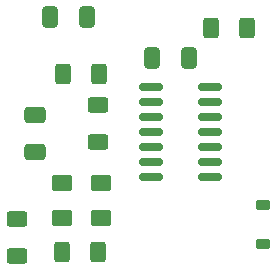
<source format=gbr>
%TF.GenerationSoftware,KiCad,Pcbnew,9.0.4*%
%TF.CreationDate,2025-11-07T20:41:43+01:00*%
%TF.ProjectId,SB_Mod_SR04,53425f4d-6f64-45f5-9352-30342e6b6963,rev?*%
%TF.SameCoordinates,Original*%
%TF.FileFunction,Paste,Top*%
%TF.FilePolarity,Positive*%
%FSLAX46Y46*%
G04 Gerber Fmt 4.6, Leading zero omitted, Abs format (unit mm)*
G04 Created by KiCad (PCBNEW 9.0.4) date 2025-11-07 20:41:43*
%MOMM*%
%LPD*%
G01*
G04 APERTURE LIST*
G04 Aperture macros list*
%AMRoundRect*
0 Rectangle with rounded corners*
0 $1 Rounding radius*
0 $2 $3 $4 $5 $6 $7 $8 $9 X,Y pos of 4 corners*
0 Add a 4 corners polygon primitive as box body*
4,1,4,$2,$3,$4,$5,$6,$7,$8,$9,$2,$3,0*
0 Add four circle primitives for the rounded corners*
1,1,$1+$1,$2,$3*
1,1,$1+$1,$4,$5*
1,1,$1+$1,$6,$7*
1,1,$1+$1,$8,$9*
0 Add four rect primitives between the rounded corners*
20,1,$1+$1,$2,$3,$4,$5,0*
20,1,$1+$1,$4,$5,$6,$7,0*
20,1,$1+$1,$6,$7,$8,$9,0*
20,1,$1+$1,$8,$9,$2,$3,0*%
G04 Aperture macros list end*
%ADD10RoundRect,0.150000X-0.825000X-0.150000X0.825000X-0.150000X0.825000X0.150000X-0.825000X0.150000X0*%
%ADD11RoundRect,0.250000X0.412500X0.650000X-0.412500X0.650000X-0.412500X-0.650000X0.412500X-0.650000X0*%
%ADD12RoundRect,0.250000X0.625000X-0.400000X0.625000X0.400000X-0.625000X0.400000X-0.625000X-0.400000X0*%
%ADD13RoundRect,0.250001X0.624999X-0.462499X0.624999X0.462499X-0.624999X0.462499X-0.624999X-0.462499X0*%
%ADD14RoundRect,0.250000X-0.400000X-0.625000X0.400000X-0.625000X0.400000X0.625000X-0.400000X0.625000X0*%
%ADD15RoundRect,0.250000X-0.412500X-0.650000X0.412500X-0.650000X0.412500X0.650000X-0.412500X0.650000X0*%
%ADD16RoundRect,0.250000X-0.625000X0.400000X-0.625000X-0.400000X0.625000X-0.400000X0.625000X0.400000X0*%
%ADD17RoundRect,0.225000X0.375000X-0.225000X0.375000X0.225000X-0.375000X0.225000X-0.375000X-0.225000X0*%
%ADD18RoundRect,0.250000X0.400000X0.625000X-0.400000X0.625000X-0.400000X-0.625000X0.400000X-0.625000X0*%
%ADD19RoundRect,0.250000X-0.650000X0.412500X-0.650000X-0.412500X0.650000X-0.412500X0.650000X0.412500X0*%
G04 APERTURE END LIST*
D10*
%TO.C,U2*%
X117819400Y-93574900D03*
X117819400Y-94844900D03*
X117819400Y-96114900D03*
X117819400Y-97384900D03*
X117819400Y-98654900D03*
X117819400Y-99924900D03*
X117819400Y-101194900D03*
X122769400Y-101194900D03*
X122769400Y-99924900D03*
X122769400Y-98654900D03*
X122769400Y-97384900D03*
X122769400Y-96114900D03*
X122769400Y-94844900D03*
X122769400Y-93574900D03*
%TD*%
D11*
%TO.C,C2*%
X112345000Y-87630000D03*
X109220000Y-87630000D03*
%TD*%
D12*
%TO.C,R1*%
X106426000Y-107875000D03*
X106426000Y-104775000D03*
%TD*%
D13*
%TO.C,D2*%
X113538000Y-104702000D03*
X113538000Y-101727000D03*
%TD*%
D14*
%TO.C,R10*%
X110311000Y-92456000D03*
X113411000Y-92456000D03*
%TD*%
D15*
%TO.C,C4*%
X117842900Y-91084400D03*
X120967900Y-91084400D03*
%TD*%
D14*
%TO.C,R3*%
X110210000Y-107569000D03*
X113310000Y-107569000D03*
%TD*%
D16*
%TO.C,R9*%
X113284000Y-95123000D03*
X113284000Y-98223000D03*
%TD*%
D17*
%TO.C,D3*%
X127254000Y-106855800D03*
X127254000Y-103555800D03*
%TD*%
D18*
%TO.C,R8*%
X125933800Y-88595200D03*
X122833800Y-88595200D03*
%TD*%
D19*
%TO.C,C1*%
X107950000Y-95973500D03*
X107950000Y-99098500D03*
%TD*%
D13*
%TO.C,D1*%
X110236000Y-104665500D03*
X110236000Y-101690500D03*
%TD*%
M02*

</source>
